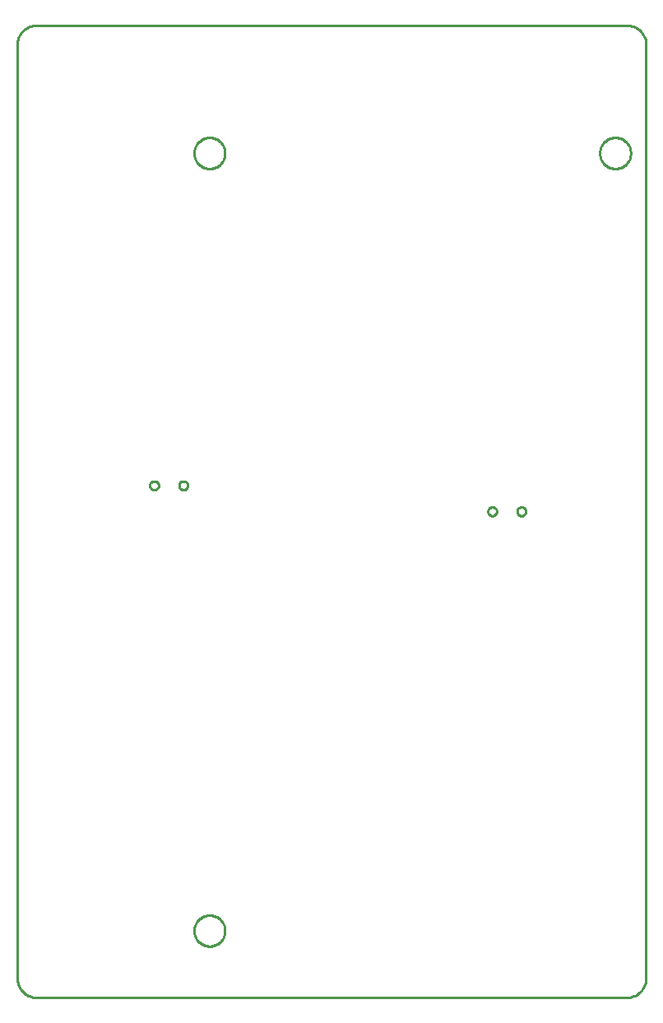
<source format=gbr>
G04 EAGLE Gerber X2 export*
%TF.Part,Single*%
%TF.FileFunction,Profile,NP*%
%TF.FilePolarity,Positive*%
%TF.GenerationSoftware,Autodesk,EAGLE,9.2.1*%
%TF.CreationDate,2018-11-01T02:04:35Z*%
G75*
%MOMM*%
%FSLAX34Y34*%
%LPD*%
%IN*%
%IPPOS*%
%AMOC8*
5,1,8,0,0,1.08239X$1,22.5*%
G01*
%ADD10C,0.254000*%


D10*
X0Y20000D02*
X76Y18257D01*
X304Y16527D01*
X681Y14824D01*
X1206Y13160D01*
X1874Y11548D01*
X2680Y10000D01*
X3617Y8528D01*
X4679Y7144D01*
X5858Y5858D01*
X7144Y4679D01*
X8528Y3617D01*
X10000Y2680D01*
X11548Y1874D01*
X13160Y1206D01*
X14824Y681D01*
X16527Y304D01*
X18257Y76D01*
X20000Y0D01*
X627500Y0D01*
X629243Y76D01*
X630973Y304D01*
X632676Y681D01*
X634340Y1206D01*
X635952Y1874D01*
X637500Y2680D01*
X638972Y3617D01*
X640356Y4679D01*
X641642Y5858D01*
X642821Y7144D01*
X643883Y8528D01*
X644821Y10000D01*
X645626Y11548D01*
X646294Y13160D01*
X646819Y14824D01*
X647196Y16527D01*
X647424Y18257D01*
X647500Y20000D01*
X647500Y980000D01*
X647424Y981743D01*
X647196Y983473D01*
X646819Y985176D01*
X646294Y986840D01*
X645626Y988452D01*
X644821Y990000D01*
X643883Y991472D01*
X642821Y992856D01*
X641642Y994142D01*
X640356Y995321D01*
X638972Y996383D01*
X637500Y997321D01*
X635952Y998126D01*
X634340Y998794D01*
X632676Y999319D01*
X630973Y999696D01*
X629243Y999924D01*
X627500Y1000000D01*
X20000Y1000000D01*
X18257Y999924D01*
X16527Y999696D01*
X14824Y999319D01*
X13160Y998794D01*
X11548Y998126D01*
X10000Y997321D01*
X8528Y996383D01*
X7144Y995321D01*
X5858Y994142D01*
X4679Y992856D01*
X3617Y991472D01*
X2680Y990000D01*
X1874Y988452D01*
X1206Y986840D01*
X681Y985176D01*
X304Y983473D01*
X76Y981743D01*
X0Y980000D01*
X0Y20000D01*
X145710Y526375D02*
X145633Y525790D01*
X145480Y525220D01*
X145255Y524675D01*
X144960Y524165D01*
X144601Y523697D01*
X144183Y523279D01*
X143715Y522920D01*
X143205Y522625D01*
X142660Y522400D01*
X142090Y522247D01*
X141505Y522170D01*
X140915Y522170D01*
X140330Y522247D01*
X139760Y522400D01*
X139215Y522625D01*
X138705Y522920D01*
X138237Y523279D01*
X137819Y523697D01*
X137460Y524165D01*
X137165Y524675D01*
X136940Y525220D01*
X136787Y525790D01*
X136710Y526375D01*
X136710Y526965D01*
X136787Y527550D01*
X136940Y528120D01*
X137165Y528665D01*
X137460Y529175D01*
X137819Y529643D01*
X138237Y530061D01*
X138705Y530420D01*
X139215Y530715D01*
X139760Y530940D01*
X140330Y531093D01*
X140915Y531170D01*
X141505Y531170D01*
X142090Y531093D01*
X142660Y530940D01*
X143205Y530715D01*
X143715Y530420D01*
X144183Y530061D01*
X144601Y529643D01*
X144960Y529175D01*
X145255Y528665D01*
X145480Y528120D01*
X145633Y527550D01*
X145710Y526965D01*
X145710Y526375D01*
X175710Y526375D02*
X175633Y525790D01*
X175480Y525220D01*
X175255Y524675D01*
X174960Y524165D01*
X174601Y523697D01*
X174183Y523279D01*
X173715Y522920D01*
X173205Y522625D01*
X172660Y522400D01*
X172090Y522247D01*
X171505Y522170D01*
X170915Y522170D01*
X170330Y522247D01*
X169760Y522400D01*
X169215Y522625D01*
X168705Y522920D01*
X168237Y523279D01*
X167819Y523697D01*
X167460Y524165D01*
X167165Y524675D01*
X166940Y525220D01*
X166787Y525790D01*
X166710Y526375D01*
X166710Y526965D01*
X166787Y527550D01*
X166940Y528120D01*
X167165Y528665D01*
X167460Y529175D01*
X167819Y529643D01*
X168237Y530061D01*
X168705Y530420D01*
X169215Y530715D01*
X169760Y530940D01*
X170330Y531093D01*
X170915Y531170D01*
X171505Y531170D01*
X172090Y531093D01*
X172660Y530940D01*
X173205Y530715D01*
X173715Y530420D01*
X174183Y530061D01*
X174601Y529643D01*
X174960Y529175D01*
X175255Y528665D01*
X175480Y528120D01*
X175633Y527550D01*
X175710Y526965D01*
X175710Y526375D01*
X514690Y500295D02*
X514767Y500880D01*
X514920Y501450D01*
X515145Y501995D01*
X515440Y502505D01*
X515799Y502973D01*
X516217Y503391D01*
X516685Y503750D01*
X517195Y504045D01*
X517740Y504270D01*
X518310Y504423D01*
X518895Y504500D01*
X519485Y504500D01*
X520070Y504423D01*
X520640Y504270D01*
X521185Y504045D01*
X521695Y503750D01*
X522163Y503391D01*
X522581Y502973D01*
X522940Y502505D01*
X523235Y501995D01*
X523460Y501450D01*
X523613Y500880D01*
X523690Y500295D01*
X523690Y499705D01*
X523613Y499120D01*
X523460Y498550D01*
X523235Y498005D01*
X522940Y497495D01*
X522581Y497027D01*
X522163Y496609D01*
X521695Y496250D01*
X521185Y495955D01*
X520640Y495730D01*
X520070Y495577D01*
X519485Y495500D01*
X518895Y495500D01*
X518310Y495577D01*
X517740Y495730D01*
X517195Y495955D01*
X516685Y496250D01*
X516217Y496609D01*
X515799Y497027D01*
X515440Y497495D01*
X515145Y498005D01*
X514920Y498550D01*
X514767Y499120D01*
X514690Y499705D01*
X514690Y500295D01*
X484690Y500295D02*
X484767Y500880D01*
X484920Y501450D01*
X485145Y501995D01*
X485440Y502505D01*
X485799Y502973D01*
X486217Y503391D01*
X486685Y503750D01*
X487195Y504045D01*
X487740Y504270D01*
X488310Y504423D01*
X488895Y504500D01*
X489485Y504500D01*
X490070Y504423D01*
X490640Y504270D01*
X491185Y504045D01*
X491695Y503750D01*
X492163Y503391D01*
X492581Y502973D01*
X492940Y502505D01*
X493235Y501995D01*
X493460Y501450D01*
X493613Y500880D01*
X493690Y500295D01*
X493690Y499705D01*
X493613Y499120D01*
X493460Y498550D01*
X493235Y498005D01*
X492940Y497495D01*
X492581Y497027D01*
X492163Y496609D01*
X491695Y496250D01*
X491185Y495955D01*
X490640Y495730D01*
X490070Y495577D01*
X489485Y495500D01*
X488895Y495500D01*
X488310Y495577D01*
X487740Y495730D01*
X487195Y495955D01*
X486685Y496250D01*
X486217Y496609D01*
X485799Y497027D01*
X485440Y497495D01*
X485145Y498005D01*
X484920Y498550D01*
X484767Y499120D01*
X484690Y499705D01*
X484690Y500295D01*
X631625Y868060D02*
X631557Y867023D01*
X631421Y865993D01*
X631219Y864973D01*
X630950Y863969D01*
X630615Y862985D01*
X630218Y862025D01*
X629758Y861093D01*
X629238Y860192D01*
X628661Y859328D01*
X628028Y858504D01*
X627343Y857722D01*
X626608Y856987D01*
X625826Y856302D01*
X625002Y855669D01*
X624138Y855092D01*
X623237Y854572D01*
X622305Y854112D01*
X621345Y853715D01*
X620361Y853380D01*
X619357Y853111D01*
X618337Y852909D01*
X617307Y852773D01*
X616270Y852705D01*
X615230Y852705D01*
X614193Y852773D01*
X613163Y852909D01*
X612143Y853111D01*
X611139Y853380D01*
X610155Y853715D01*
X609195Y854112D01*
X608263Y854572D01*
X607362Y855092D01*
X606498Y855669D01*
X605674Y856302D01*
X604892Y856987D01*
X604157Y857722D01*
X603472Y858504D01*
X602839Y859328D01*
X602262Y860192D01*
X601742Y861093D01*
X601282Y862025D01*
X600885Y862985D01*
X600550Y863969D01*
X600281Y864973D01*
X600079Y865993D01*
X599943Y867023D01*
X599875Y868060D01*
X599875Y869100D01*
X599943Y870137D01*
X600079Y871167D01*
X600281Y872187D01*
X600550Y873191D01*
X600885Y874175D01*
X601282Y875135D01*
X601742Y876067D01*
X602262Y876968D01*
X602839Y877832D01*
X603472Y878656D01*
X604157Y879438D01*
X604892Y880173D01*
X605674Y880858D01*
X606498Y881491D01*
X607362Y882068D01*
X608263Y882588D01*
X609195Y883048D01*
X610155Y883445D01*
X611139Y883780D01*
X612143Y884049D01*
X613163Y884251D01*
X614193Y884387D01*
X615230Y884455D01*
X616270Y884455D01*
X617307Y884387D01*
X618337Y884251D01*
X619357Y884049D01*
X620361Y883780D01*
X621345Y883445D01*
X622305Y883048D01*
X623237Y882588D01*
X624138Y882068D01*
X625002Y881491D01*
X625826Y880858D01*
X626608Y880173D01*
X627343Y879438D01*
X628028Y878656D01*
X628661Y877832D01*
X629238Y876968D01*
X629758Y876067D01*
X630218Y875135D01*
X630615Y874175D01*
X630950Y873191D01*
X631219Y872187D01*
X631421Y871167D01*
X631557Y870137D01*
X631625Y869100D01*
X631625Y868060D01*
X213995Y68060D02*
X213927Y67023D01*
X213791Y65993D01*
X213589Y64973D01*
X213320Y63969D01*
X212985Y62985D01*
X212588Y62025D01*
X212128Y61093D01*
X211608Y60192D01*
X211031Y59328D01*
X210398Y58504D01*
X209713Y57722D01*
X208978Y56987D01*
X208196Y56302D01*
X207372Y55669D01*
X206508Y55092D01*
X205607Y54572D01*
X204675Y54112D01*
X203715Y53715D01*
X202731Y53380D01*
X201727Y53111D01*
X200707Y52909D01*
X199677Y52773D01*
X198640Y52705D01*
X197600Y52705D01*
X196563Y52773D01*
X195533Y52909D01*
X194513Y53111D01*
X193509Y53380D01*
X192525Y53715D01*
X191565Y54112D01*
X190633Y54572D01*
X189732Y55092D01*
X188868Y55669D01*
X188044Y56302D01*
X187262Y56987D01*
X186527Y57722D01*
X185842Y58504D01*
X185209Y59328D01*
X184632Y60192D01*
X184112Y61093D01*
X183652Y62025D01*
X183255Y62985D01*
X182920Y63969D01*
X182651Y64973D01*
X182449Y65993D01*
X182313Y67023D01*
X182245Y68060D01*
X182245Y69100D01*
X182313Y70137D01*
X182449Y71167D01*
X182651Y72187D01*
X182920Y73191D01*
X183255Y74175D01*
X183652Y75135D01*
X184112Y76067D01*
X184632Y76968D01*
X185209Y77832D01*
X185842Y78656D01*
X186527Y79438D01*
X187262Y80173D01*
X188044Y80858D01*
X188868Y81491D01*
X189732Y82068D01*
X190633Y82588D01*
X191565Y83048D01*
X192525Y83445D01*
X193509Y83780D01*
X194513Y84049D01*
X195533Y84251D01*
X196563Y84387D01*
X197600Y84455D01*
X198640Y84455D01*
X199677Y84387D01*
X200707Y84251D01*
X201727Y84049D01*
X202731Y83780D01*
X203715Y83445D01*
X204675Y83048D01*
X205607Y82588D01*
X206508Y82068D01*
X207372Y81491D01*
X208196Y80858D01*
X208978Y80173D01*
X209713Y79438D01*
X210398Y78656D01*
X211031Y77832D01*
X211608Y76968D01*
X212128Y76067D01*
X212588Y75135D01*
X212985Y74175D01*
X213320Y73191D01*
X213589Y72187D01*
X213791Y71167D01*
X213927Y70137D01*
X213995Y69100D01*
X213995Y68060D01*
X213995Y868060D02*
X213927Y867023D01*
X213791Y865993D01*
X213589Y864973D01*
X213320Y863969D01*
X212985Y862985D01*
X212588Y862025D01*
X212128Y861093D01*
X211608Y860192D01*
X211031Y859328D01*
X210398Y858504D01*
X209713Y857722D01*
X208978Y856987D01*
X208196Y856302D01*
X207372Y855669D01*
X206508Y855092D01*
X205607Y854572D01*
X204675Y854112D01*
X203715Y853715D01*
X202731Y853380D01*
X201727Y853111D01*
X200707Y852909D01*
X199677Y852773D01*
X198640Y852705D01*
X197600Y852705D01*
X196563Y852773D01*
X195533Y852909D01*
X194513Y853111D01*
X193509Y853380D01*
X192525Y853715D01*
X191565Y854112D01*
X190633Y854572D01*
X189732Y855092D01*
X188868Y855669D01*
X188044Y856302D01*
X187262Y856987D01*
X186527Y857722D01*
X185842Y858504D01*
X185209Y859328D01*
X184632Y860192D01*
X184112Y861093D01*
X183652Y862025D01*
X183255Y862985D01*
X182920Y863969D01*
X182651Y864973D01*
X182449Y865993D01*
X182313Y867023D01*
X182245Y868060D01*
X182245Y869100D01*
X182313Y870137D01*
X182449Y871167D01*
X182651Y872187D01*
X182920Y873191D01*
X183255Y874175D01*
X183652Y875135D01*
X184112Y876067D01*
X184632Y876968D01*
X185209Y877832D01*
X185842Y878656D01*
X186527Y879438D01*
X187262Y880173D01*
X188044Y880858D01*
X188868Y881491D01*
X189732Y882068D01*
X190633Y882588D01*
X191565Y883048D01*
X192525Y883445D01*
X193509Y883780D01*
X194513Y884049D01*
X195533Y884251D01*
X196563Y884387D01*
X197600Y884455D01*
X198640Y884455D01*
X199677Y884387D01*
X200707Y884251D01*
X201727Y884049D01*
X202731Y883780D01*
X203715Y883445D01*
X204675Y883048D01*
X205607Y882588D01*
X206508Y882068D01*
X207372Y881491D01*
X208196Y880858D01*
X208978Y880173D01*
X209713Y879438D01*
X210398Y878656D01*
X211031Y877832D01*
X211608Y876968D01*
X212128Y876067D01*
X212588Y875135D01*
X212985Y874175D01*
X213320Y873191D01*
X213589Y872187D01*
X213791Y871167D01*
X213927Y870137D01*
X213995Y869100D01*
X213995Y868060D01*
M02*

</source>
